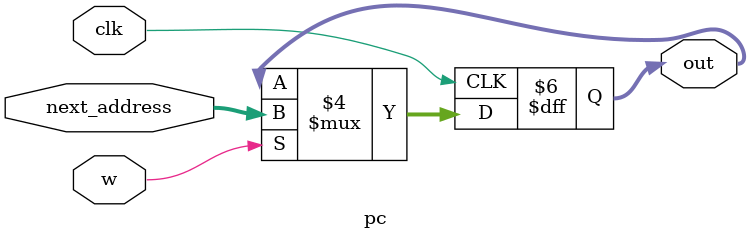
<source format=v>
module pc(next_address, clk, w, out);
	input [31:0] next_address;
	input clk, w;
	output reg [31:0] out;
	
	initial begin
		out = 0;
	end
	
	always @ (posedge clk) begin
		if (w) begin
			out <= next_address;	
		end else begin
			out <= out;
		end
	end
	
endmodule

</source>
